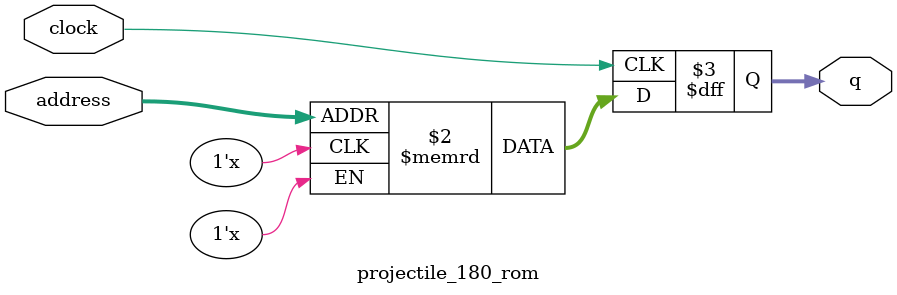
<source format=sv>
module projectile_180_rom (
	input logic clock,
	input logic [8:0] address,
	output logic [2:0] q
);

logic [2:0] memory [0:399] /* synthesis ram_init_file = "./projectile_180/projectile_180.mif" */;

always_ff @ (posedge clock) begin
	q <= memory[address];
end

endmodule

</source>
